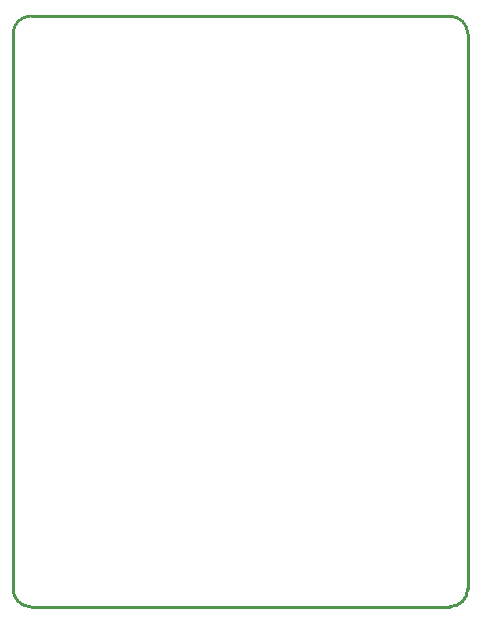
<source format=gm1>
G04*
G04 #@! TF.GenerationSoftware,Altium Limited,Altium Designer,20.0.2 (26)*
G04*
G04 Layer_Color=16740166*
%FSLAX25Y25*%
%MOIN*%
G70*
G01*
G75*
%ADD53C,0.01000*%
D53*
X145669Y0D02*
G03*
X151575Y5906I0J5906D01*
G01*
X5906Y196850D02*
G03*
X0Y190945I0J-5906D01*
G01*
Y5906D02*
G03*
X5906Y0I5906J0D01*
G01*
X151575Y190945D02*
G03*
X145669Y196850I-5906J0D01*
G01*
X5906D02*
X145669D01*
X151575Y5906D02*
Y190945D01*
X5906Y-0D02*
X145669Y0D01*
X-0Y190945D02*
X0Y5906D01*
M02*

</source>
